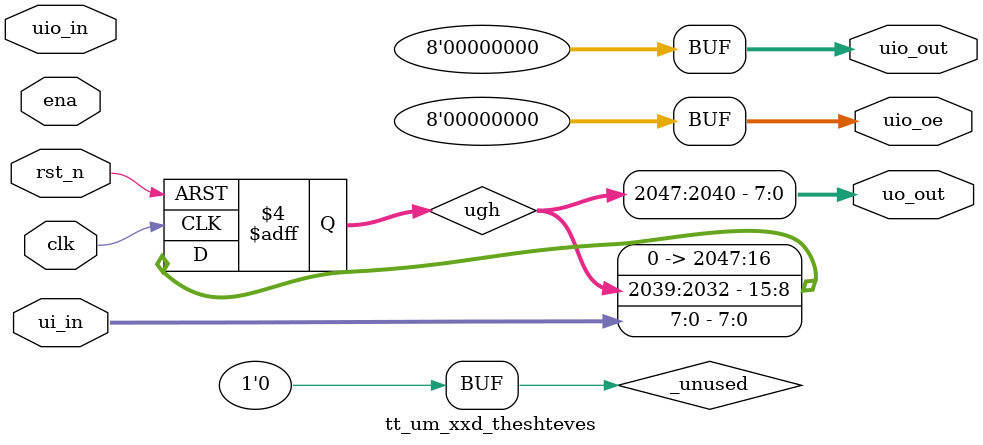
<source format=v>
/*
 * Copyright (c) 2024 Steven Kneiser
 * SPDX-License-Identifier: Apache-2.0
 */

`default_nettype none

module tt_um_xxd_theshteves (
  input  wire [7:0] ui_in,    // Dedicated inputs
  output wire [7:0] uo_out,   // Dedicated outputs
  input  wire [7:0] uio_in,   // IOs: Input path
  output wire [7:0] uio_out,  // IOs: Output path
  output wire [7:0] uio_oe,   // IOs: Enable path (active high: 0=input, 1=output)
  input  wire       ena,      // always 1 when the design is powered, so you can ignore it
  input  wire       clk,      // clock
  input  wire       rst_n     // reset_n - low to reset
);

  reg [2047:0] ugh;

  always @(posedge clk or negedge rst_n) begin
    if (!rst_n) begin
      ugh <= 2048'b0;
    end else begin
      ugh <= {ugh[2039:2032], ui_in};
    end
  end

  assign uo_out = ugh[2047:2040];

  /*
  localparam e    = 2'b01;
  localparam ee   = 2'b10;
  localparam eee  = 2'b11;
  localparam eeee = 2'b11;

  always @(posedge clk or negedge rst_n) begin
    if(!rst_n) begin
        doh <= sorry;

    end else begin
      case (doh)
        sorry: begin
            doh <= e;
        end
        e: begin
            doh <= ee;
        end
        ee: begin
            doh <= eee;
        end
        eee: begin
            doh <= eeee;
        end default:;
      endcase
    end
  end
  */


  /*
  reg [7:0] fib;
  reg [7:0] next_fib;

  // All output pins must be assigned. If not used, assign to 0.
  assign uo_out = fib;
  assign uio_out = 0;
  assign uio_oe  = 0;

  always @(posedge clk or negedge rst_n) begin
      if (!rst_n) begin
          fib <= 1;
          next_fib <= 1;
      end else begin
          fib <= next_fib;
          next_fib <= fib + next_fib;
      end
  end
  */

  // All output pins must be assigned. If not used, assign to 0.
  assign uio_out = 0;
  assign uio_oe  = 0;

  wire _unused = &{ena, uio_in, 1'b0};

endmodule

</source>
